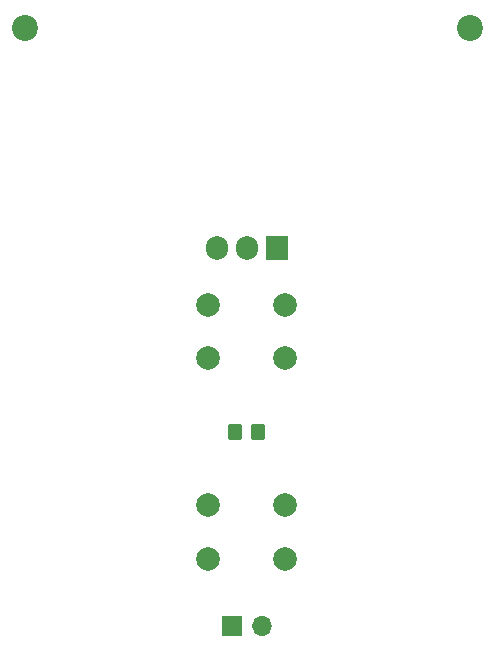
<source format=gbr>
%TF.GenerationSoftware,KiCad,Pcbnew,8.0.2*%
%TF.CreationDate,2024-06-06T14:13:48+02:00*%
%TF.ProjectId,nollbricka24,6e6f6c6c-6272-4696-936b-6132342e6b69,rev?*%
%TF.SameCoordinates,Original*%
%TF.FileFunction,Soldermask,Bot*%
%TF.FilePolarity,Negative*%
%FSLAX46Y46*%
G04 Gerber Fmt 4.6, Leading zero omitted, Abs format (unit mm)*
G04 Created by KiCad (PCBNEW 8.0.2) date 2024-06-06 14:13:48*
%MOMM*%
%LPD*%
G01*
G04 APERTURE LIST*
G04 Aperture macros list*
%AMRoundRect*
0 Rectangle with rounded corners*
0 $1 Rounding radius*
0 $2 $3 $4 $5 $6 $7 $8 $9 X,Y pos of 4 corners*
0 Add a 4 corners polygon primitive as box body*
4,1,4,$2,$3,$4,$5,$6,$7,$8,$9,$2,$3,0*
0 Add four circle primitives for the rounded corners*
1,1,$1+$1,$2,$3*
1,1,$1+$1,$4,$5*
1,1,$1+$1,$6,$7*
1,1,$1+$1,$8,$9*
0 Add four rect primitives between the rounded corners*
20,1,$1+$1,$2,$3,$4,$5,0*
20,1,$1+$1,$4,$5,$6,$7,0*
20,1,$1+$1,$6,$7,$8,$9,0*
20,1,$1+$1,$8,$9,$2,$3,0*%
G04 Aperture macros list end*
%ADD10C,2.200000*%
%ADD11C,2.000000*%
%ADD12R,1.700000X1.700000*%
%ADD13O,1.700000X1.700000*%
%ADD14RoundRect,0.250000X-0.350000X-0.450000X0.350000X-0.450000X0.350000X0.450000X-0.350000X0.450000X0*%
%ADD15R,1.905000X2.000000*%
%ADD16O,1.905000X2.000000*%
G04 APERTURE END LIST*
D10*
%TO.C,*%
X81217000Y-39324349D03*
%TD*%
D11*
%TO.C,SW2*%
X96750000Y-79750000D03*
X103250000Y-79750000D03*
X96750000Y-84250000D03*
X103250000Y-84250000D03*
%TD*%
D10*
%TO.C,*%
X118936000Y-39324349D03*
%TD*%
D11*
%TO.C,SW1*%
X96750000Y-62750000D03*
X103250000Y-62750000D03*
X96750000Y-67250000D03*
X103250000Y-67250000D03*
%TD*%
D10*
%TO.C,*%
X118936000Y-39324349D03*
%TD*%
%TO.C,*%
X81217000Y-39324349D03*
%TD*%
D12*
%TO.C,J1*%
X98725000Y-90000000D03*
D13*
X101265000Y-90000000D03*
%TD*%
D14*
%TO.C,R1*%
X99000000Y-73500000D03*
X101000000Y-73500000D03*
%TD*%
D15*
%TO.C,VR1*%
X102540000Y-58000000D03*
D16*
X100000000Y-58000000D03*
X97460000Y-58000000D03*
%TD*%
M02*

</source>
